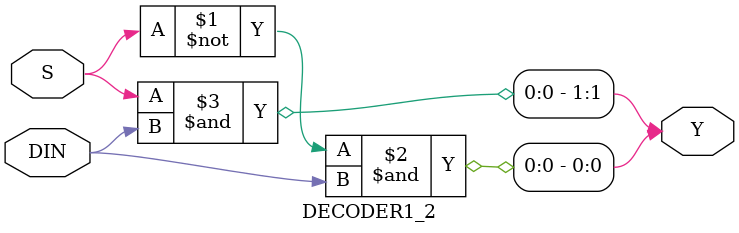
<source format=v>
module DECODER1_2(DIN, S, Y);
    input DIN, S;
    output [1:0] Y;

    assign Y[0] = ~S & DIN;
    assign Y[1] = S & DIN;

endmodule
</source>
